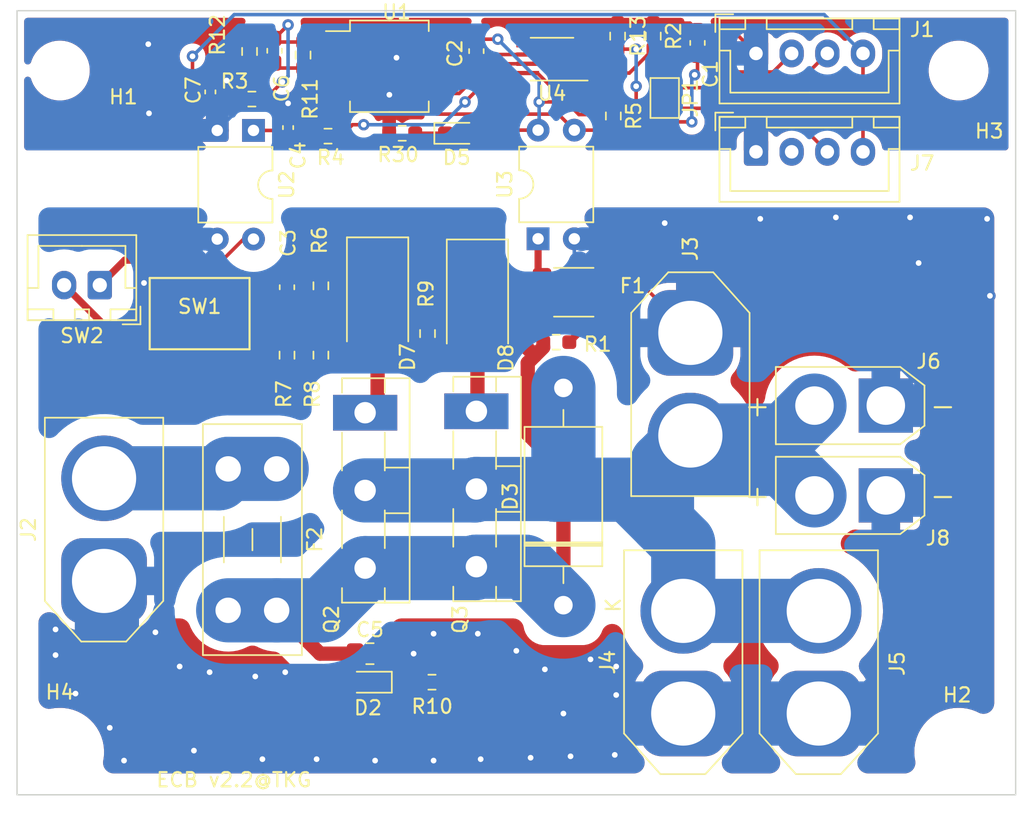
<source format=kicad_pcb>
(kicad_pcb (version 20211014) (generator pcbnew)
  (layers (0 "F.Cu" signal) (31 "B.Cu" signal) (34 "B.Paste" user) (35 "F.Paste" user) (36 "B.SilkS" user "B.Silkscreen") (37 "F.SilkS" user "F.Silkscreen") (38 "B.Mask" user) (39 "F.Mask" user) (44 "Edge.Cuts" user))
  (net 0 "")
  (net 1 "+3.3V")
  (net 2 "+BATT")
  (net 3 "Net-(C3-Pad2)")
  (net 4 "GNDPWR")
  (net 5 "/VoltageDetect")
  (net 6 "GND")
  (net 7 "Net-(D5-Pad1)")
  (net 8 "Net-(D7-Pad2)")
  (net 9 "Net-(D8-Pad2)")
  (net 10 "Net-(C4-Pad1)")
  (net 11 "Net-(D2-Pad1)")
  (net 12 "Net-(C6-Pad1)")
  (net 13 "Net-(F1-Pad2)")
  (net 14 "Net-(C6-Pad2)")
  (net 15 "Net-(R4-Pad1)")
  (net 16 "Net-(R5-Pad2)")
  (net 17 "Net-(D3-Pad2)")
  (net 18 "unconnected-(SW1-Pad1)")
  (net 19 "/PWON")
  (net 20 "Net-(F2-Pad1)")
  (net 21 "PW_Control")
  (net 22 "Net-(F1-Pad1)")
  (net 23 "Net-(SW1-Pad2)")
  (net 25 "/PWON2")
  (footprint "Jumper:SolderJumper-2_P1.3mm_Open_TrianglePad1.0x1.5mm" (layer "F.Cu") (at 90.1 75.925 -90)
    (fp_text reference "JP1")
    (fp_text value "Jumper_2_Open")
  )
  (footprint "MountingHole:MountingHole_3.2mm_M3" (layer "F.Cu") (at 110.7 74)
    (fp_text reference "H3")
    (fp_text value "M3")
  )
  (footprint "Connector_JST:JST_XH_B2B-XH-A_1x02_P2.50mm_Vertical" (layer "F.Cu") (at 50.5 89.05 180)
    (fp_text reference "SW2")
    (fp_text value "ESTOP_XH(JST)")
  )
  (footprint "Resistor_SMD:R_0603_1608Metric_Pad0.98x0.95mm_HandSolder" (layer "F.Cu") (at 86.8 71.5875 -90)
    (fp_text reference "R13")
    (fp_text value "1k")
  )
  (footprint "Resistor_SMD:R_0603_1608Metric_Pad0.98x0.95mm_HandSolder" (layer "F.Cu") (at 61.1625 76)
    (fp_text reference "R3")
    (fp_text value "10k")
  )
  (footprint "Fuse:Fuseholder_Blade_Mini_Keystone_3568" (layer "F.Cu") (at 62.9 101.94 -90)
    (fp_text reference "F2")
    (fp_text value "Keystone Electronics 3568-10")
  )
  (footprint "Connector_AMASS:AMASS_XT60-F_1x02_P7.20mm_Vertical" (layer "F.Cu") (at 91.9 92.4 -90)
    (fp_text reference "J3")
    (fp_text value "Output")
  )
  (footprint "Connector_JST:JST_XH_B4B-XH-A_1x04_P2.50mm_Vertical" (layer "F.Cu") (at 96.5 72.8)
    (fp_text reference "J1")
    (fp_text value "ControlInput")
  )
  (footprint "MountingHole:MountingHole_3.2mm_M3" (layer "F.Cu") (at 47.7 74)
    (fp_text reference "H1")
    (fp_text value "M3")
  )
  (footprint "Capacitor_SMD:C_0402_1005Metric_Pad0.74x0.62mm_HandSolder" (layer "F.Cu") (at 63.7 78 90)
    (fp_text reference "C4")
    (fp_text value "0.1u")
  )
  (footprint "Resistor_SMD:R_0603_1608Metric_Pad0.98x0.95mm_HandSolder" (layer "F.Cu") (at 73.7875 116.9 180)
    (fp_text reference "R10")
    (fp_text value "4.7k")
  )
  (footprint "Resistor_SMD:R_0603_1608Metric_Pad0.98x0.95mm_HandSolder" (layer "F.Cu") (at 61 72.6625 90)
    (fp_text reference "R12")
    (fp_text value "1k?")
  )
  (footprint "Resistor_SMD:R_0603_1608Metric_Pad0.98x0.95mm_HandSolder" (layer "F.Cu") (at 63.625 93.9625 -90)
    (fp_text reference "R7")
    (fp_text value "TBD")
  )
  (footprint "Resistor_SMD:R_0603_1608Metric_Pad0.98x0.95mm_HandSolder" (layer "F.Cu") (at 64.75 72.9125 90)
    (fp_text reference "R11")
    (fp_text value "2k?")
  )
  (footprint "Package_SO:SSOP-8_2.95x2.8mm_P0.65mm" (layer "F.Cu") (at 82.2 73.2 180)
    (fp_text reference "U4")
    (fp_text value "74LVC2G08")
  )
  (footprint "Diode_SMD:D_SMB_Handsoldering" (layer "F.Cu") (at 69.975 90.3 -90)
    (fp_text reference "D7")
    (fp_text value "U1ZB15")
  )
  (footprint "Diode_SMD:D_SMB_Handsoldering" (layer "F.Cu") (at 76.975 90.45 -90)
    (fp_text reference "D8")
    (fp_text value "U1ZB15")
  )
  (footprint "Diode_THT:D_DO-201_P15.24mm_Horizontal" (layer "F.Cu") (at 83 111.5 90)
    (fp_text reference "D3")
    (fp_text value "SBM1045VSS")
  )
  (footprint "Capacitor_SMD:C_0402_1005Metric_Pad0.74x0.62mm_HandSolder" (layer "F.Cu") (at 58.25 75.5 90)
    (fp_text reference "C7")
    (fp_text value "0.1u")
  )
  (footprint "Resistor_SMD:R_0603_1608Metric_Pad0.98x0.95mm_HandSolder" (layer "F.Cu") (at 71.7 78.4)
    (fp_text reference "R30")
    (fp_text value "4.7k")
  )
  (footprint "Diode_SMD:D_0603_1608Metric_Pad1.05x0.95mm_HandSolder" (layer "F.Cu") (at 69.3125 116.9 180)
    (fp_text reference "D2")
    (fp_text value "LED Red")
  )
  (footprint "Capacitor_SMD:C_0603_1608Metric_Pad1.08x0.95mm_HandSolder" (layer "F.Cu") (at 92.4 72.0625 90)
    (fp_text reference "C1")
    (fp_text value "1uF")
  )
  (footprint "Capacitor_SMD:C_0603_1608Metric_Pad1.08x0.95mm_HandSolder" (layer "F.Cu") (at 62.75 72.6125 90)
    (fp_text reference "C6")
    (fp_text value "0.1uF")
  )
  (footprint "Connector_AMASS:AMASS_XT60-F_1x02_P7.20mm_Vertical" (layer "F.Cu") (at 91.4 119.1 90)
    (fp_text reference "J4")
    (fp_text value "Output")
  )
  (footprint "Package_DIP:DIP-4_W7.62mm" (layer "F.Cu") (at 81.225 85.8 90)
    (fp_text reference "U3")
    (fp_text value "PC817")
  )
  (footprint "Connector_AMASS:AMASS_XT30U-F_1x02_P5.0mm_Vertical" (layer "F.Cu") (at 105.6 103.8 180)
    (fp_text reference "J8")
    (fp_text value "Output")
  )
  (footprint "Resistor_SMD:R_0603_1608Metric_Pad0.98x0.95mm_HandSolder" (layer "F.Cu") (at 82.5 93.05)
    (fp_text reference "R1")
    (fp_text value "6.2k")
  )
  (footprint "Connector_AMASS:AMASS_XT60-F_1x02_P7.20mm_Vertical" (layer "F.Cu") (at 100.9 119.1 90)
    (fp_text reference "J5")
    (fp_text value "Output")
  )
  (footprint "Package_TO_SOT_THT:TO-3P-3_Vertical" (layer "F.Cu") (at 69.1 98 -90)
    (fp_text reference "Q2")
    (fp_text value "2SJ555")
  )
  (footprint "XMYLIB:SSSS213202" (layer "F.Cu") (at 57.5 91.05 180)
    (fp_text reference "SW1")
    (fp_text value "SSSS213202")
  )
  (footprint "Fuse:Fuse_1812_4532Metric_Pad1.30x3.40mm_HandSolder" (layer "F.Cu") (at 83.725 89.55 180)
    (fp_text reference "F1")
    (fp_text value "microsMD010[Aki P-01316]")
  )
  (footprint "Capacitor_SMD:C_0603_1608Metric_Pad1.08x0.95mm_HandSolder" (layer "F.Cu") (at 63.625 89.2 -90)
    (fp_text reference "C3")
    (fp_text value "0.1uF(1608)")
  )
  (footprint "Resistor_SMD:R_0603_1608Metric_Pad0.98x0.95mm_HandSolder" (layer "F.Cu") (at 66 89.1 -90)
    (fp_text reference "R6")
    (fp_text value "10k")
  )
  (footprint "Connector_AMASS:AMASS_XT30U-F_1x02_P5.0mm_Vertical" (layer "F.Cu") (at 105.6 97.5 180)
    (fp_text reference "J6")
    (fp_text value "Output")
  )
  (footprint "Resistor_SMD:R_0603_1608Metric_Pad0.98x0.95mm_HandSolder" (layer "F.Cu") (at 86.5 77.1875 -90)
    (fp_text reference "R5")
    (fp_text value "68?")
  )
  (footprint "Connector_AMASS:AMASS_XT60-M_1x02_P7.20mm_Vertical" (layer "F.Cu") (at 50.8 109.8 90)
    (fp_text reference "J2")
    (fp_text value "Battery IN")
  )
  (footprint "Connector_JST:JST_XH_B4B-XH-A_1x04_P2.50mm_Vertical" (layer "F.Cu") (at 96.5 79.7)
    (fp_text reference "J7")
    (fp_text value "ControlInput")
  )
  (footprint "MountingHole:MountingHole_3.2mm_M3" (layer "F.Cu") (at 110.7 121.8)
    (fp_text reference "H2")
    (fp_text value "M3")
  )
  (footprint "Resistor_SMD:R_0603_1608Metric_Pad0.98x0.95mm_HandSolder" (layer "F.Cu") (at 66.5 78.6 180)
    (fp_text reference "R4")
    (fp_text value "1k")
  )
  (footprint "Resistor_SMD:R_0603_1608Metric_Pad0.98x0.95mm_HandSolder" (layer "F.Cu") (at 89.3 71.5875 -90)
    (fp_text reference "R2")
    (fp_text value "1k")
  )
  (footprint "Resistor_SMD:R_0603_1608Metric_Pad0.98x0.95mm_HandSolder" (layer "F.Cu") (at 66 93.9625 -90)
    (fp_text reference "R8")
    (fp_text value "51")
  )
  (footprint "Diode_SMD:D_0603_1608Metric_Pad1.05x0.95mm_HandSolder" (layer "F.Cu") (at 75.6125 78.4)
    (fp_text reference "D5")
    (fp_text value "LED Green")
  )
  (footprint "Capacitor_SMD:C_0805_2012Metric_Pad1.18x1.45mm_HandSolder" (layer "F.Cu") (at 69.4375 114.9)
    (fp_text reference "C5")
    (fp_text value "1uF50V")
  )
  (footprint "Resistor_SMD:R_0603_1608Metric_Pad0.98x0.95mm_HandSolder" (layer "F.Cu") (at 73.475 92.45 -90)
    (fp_text reference "R9")
    (fp_text value "51")
  )
  (footprint "MountingHole:MountingHole_3.2mm_M3" (layer "F.Cu") (at 47.7 121.8)
    (fp_text reference "H4")
    (fp_text value "M3")
  )
  (footprint "Package_TO_SOT_THT:TO-3P-3_Vertical" (layer "F.Cu") (at 76.9 97.9 -90)
    (fp_text reference "Q3")
    (fp_text value "2SJ555")
  )
  (footprint "Package_SO:SO-8_5.3x6.2mm_P1.27mm" (layer "F.Cu") (at 70.8 73.7)
    (fp_text reference "U1")
    (fp_text value "NJM2746")
  )
  (footprint "Capacitor_SMD:C_0603_1608Metric_Pad1.08x0.95mm_HandSolder" (layer "F.Cu") (at 76.9 72.6375 -90)
    (fp_text reference "C2")
    (fp_text value "0.1uF")
  )
  (footprint "Package_DIP:DIP-4_W7.62mm" (layer "F.Cu") (at 61.275 78.2 -90)
    (fp_text reference "U2")
    (fp_text value "PC817")
  )
  (gr_rect (start 44.7 124.8) (end 114.7 69.8) (layer "Edge.Cuts") (width 0.1) (fill none))
  (gr_text "ECB v2.2@TKG" (at 59.9 123.75) (layer "F.SilkS") (effects (font (size 1 1))))
  (segment (start 76.7075 78.18) (end 81.225 78.18) (width 0.25) (layer "F.Cu") (net 1))
  (segment (start 93.575 74.1) (end 92.4 72.925) (width 0.25) (layer "F.Cu") (net 1))
  (segment (start 74.32 71.775) (end 74.3 71.795) (width 0.25) (layer "F.Cu") (net 1))
  (segment (start 76.9 71.775) (end 74.32 71.775) (width 0.25) (layer "F.Cu") (net 1))
  (segment (start 92.4 72.925) (end 92.4 74.1) (width 0.25) (layer "F.Cu") (net 1))
  (segment (start 86.7875 77.0875) (end 84.0875 77.0875) (width 0.25) (layer "F.Cu") (net 1))
  (segment (start 82.85 75.85) (end 81.175 74.175) (width 0.25) (layer "F.Cu") (net 1))
  (segment (start 81.175 74.175) (end 80.5 74.175) (width 0.25) (layer "F.Cu") (net 1))
  (segment (start 76.4875 78.4) (end 76.7075 78.18) (width 0.25) (layer "F.Cu") (net 1))
  (segment (start 78.4 71.8) (end 76.925 71.8) (width 0.25) (layer "F.Cu") (net 1))
  (segment (start 84.0875 77.0875) (end 82.85 75.85) (width 0.25) (layer "F.Cu") (net 1))
  (segment (start 92 77.6) (end 87.3 77.6) (width 0.25) (layer "F.Cu") (net 1))
  (segment (start 76.925 71.8) (end 76.9 71.775) (width 0.25) (layer "F.Cu") (net 1))
  (segment (start 92.4 74.1) (end 92.2 74.3) (width 0.25) (layer "F.Cu") (net 1))
  (segment (start 97.7 74.1) (end 93.575 74.1) (width 0.25) (layer "F.Cu") (net 1))
  (segment (start 99 72.8) (end 97.7 74.1) (width 0.25) (layer "F.Cu") (net 1))
  (segment (start 82.85 75.85) (end 82.5 76.2) (width 0.25) (layer "F.Cu") (net 1))
  (segment (start 87.3 77.6) (end 86.7875 77.0875) (width 0.25) (layer "F.Cu") (net 1))
  (segment (start 82.5 76.2) (end 81.3 76.2) (width 0.25) (layer "F.Cu") (net 1))
  (via (at 78.4 71.8) (size 0.8) (drill 0.4) (layers "F.Cu" "B.Cu") (net 1))
  (via (at 81.3 76.2) (size 0.8) (drill 0.4) (layers "F.Cu" "B.Cu") (net 1))
  (via (at 92.2 74.3) (size 0.8) (drill 0.4) (layers "F.Cu" "B.Cu") (net 1))
  (via (at 92 77.6) (size 0.8) (drill 0.4) (layers "F.Cu" "B.Cu") (net 1))
  (segment (start 81.3 76.2) (end 81.3 74.7) (width 0.25) (layer "B.Cu") (net 1))
  (segment (start 81.3 78.105) (end 81.225 78.18) (width 0.25) (layer "B.Cu") (net 1))
  (segment (start 81.3 74.7) (end 78.4 71.8) (width 0.25) (layer "B.Cu") (net 1))
  (segment (start 92.2 74.3) (end 92 74.5) (width 0.25) (layer "B.Cu") (net 1))
  (segment (start 92 74.5) (end 92 77.6) (width 0.25) (layer "B.Cu") (net 1))
  (segment (start 81.3 76.2) (end 81.3 78.105) (width 0.25) (layer "B.Cu") (net 1))
  (segment (start 76.975 88.4375) (end 79.5 90.9625) (width 1) (layer "F.Cu") (net 2))
  (segment (start 80.5 99.5) (end 83 102) (width 1) (layer "F.Cu") (net 2))
  (segment (start 68.4 114.9) (end 65.94 114.9) (width 1) (layer "F.Cu") (net 2))
  (segment (start 81.5875 93.4125) (end 80.5 94.5) (width 1) (layer "F.Cu") (net 2))
  (segment (start 69.975 87.6) (end 66.5875 87.6) (width 0.5) (layer "F.Cu") (net 2))
  (segment (start 83 102) (end 83 111.5) (width 1) (layer "F.Cu") (net 2))
  (segment (start 65.94 114.9) (end 62.9 111.86) (width 1) (layer "F.Cu") (net 2))
  (segment (start 79.5 90.9625) (end 79.5 92.5) (width 1) (layer "F.Cu") (net 2))
  (segment (start 66.5875 87.6) (end 66 88.1875) (width 0.5) (layer "F.Cu") (net 2))
  (segment (start 70.125 87.75) (end 69.975 87.6) (width 0.5) (layer "F.Cu") (net 2))
  (segment (start 65.85 88.3375) (end 66 88.1875) (width 0.5) (layer "F.Cu") (net 2))
  (segment (start 68.4375 114.9375) (end 68.4 114.9) (width 0.5) (layer "F.Cu") (net 2))
  (segment (start 76.975 87.75) (end 76.975 88.4375) (width 0.5) (layer "F.Cu") (net 2))
  (segment (start 81.5875 93.05) (end 81.5875 93.4125) (width 0.5) (layer "F.Cu") (net 2))
  (segment (start 63.625 88.3375) (end 65.85 88.3375) (width 0.5) (layer "F.Cu") (net 2))
  (segment (start 76.975 87.75) (end 70.125 87.75) (width 1) (layer "F.Cu") (net 2))
  (segment (start 68.4375 116.9) (end 68.4375 114.9375) (width 0.5) (layer "F.Cu") (net 2))
  (segment (start 80.5 94.5) (end 80.5 99.5) (width 1) (layer "F.Cu") (net 2))
  (segment (start 79.5 92.5) (end 81 94) (width 1) (layer "F.Cu") (net 2))
  (segment (start 69.1 108.9) (end 76.8 108.9) (width 4.5) (layer "B.Cu") (net 2))
  (segment (start 66.14 111.86) (end 69.1 108.9) (width 4.5) (layer "B.Cu") (net 2))
  (segment (start 76.9 108.8) (end 80.3 108.8) (width 4.5) (layer "B.Cu") (net 2))
  (segment (start 80.3 108.8) (end 83 111.5) (width 4.5) (layer "B.Cu") (net 2))
  (segment (start 62.9 111.86) (end 66.14 111.86) (width 4.5) (layer "B.Cu") (net 2))
  (segment (start 59.5 111.86) (end 62.9 111.86) (width 4.5) (layer "B.Cu") (net 2))
  (segment (start 76.8 108.9) (end 76.9 108.8) (width 4.5) (layer "B.Cu") (net 2))
  (segment (start 68.65 90.4) (end 72.4 90.4) (width 0.25) (layer "F.Cu") (net 3))
  (segment (start 66 93.05) (end 68.65 90.4) (width 0.25) (layer "F.Cu") (net 3))
  (segment (start 72.4 90.4) (end 73.475 91.475) (width 0.25) (layer "F.Cu") (net 3))
  (segment (start 66 90.0125) (end 63.675 90.0125) (width 0.25) (layer "F.Cu") (net 3))
  (segment (start 66 93.05) (end 66 90.0125) (width 0.25) (layer "F.Cu") (net 3))
  (segment (start 73.475 91.475) (end 73.475 91.5375) (width 0.25) (layer "F.Cu") (net 3))
  (segment (start 63.625 90.0625) (end 63.625 93.05) (width 0.25) (layer "F.Cu") (net 3))
  (segment (start 63.675 90.0125) (end 63.625 90.0625) (width 0.25) (layer "F.Cu") (net 3))
  (segment (start 74.3 113.9) (end 73.9 113.5) (width 0.25) (layer "F.Cu") (net 4))
  (segment (start 90.1 84.7) (end 90.4 84.4) (width 0.25) (layer "F.Cu") (net 4))
  (segment (start 81.7 116) (end 84.2 116) (width 0.25) (layer "F.Cu") (net 4))
  (segment (start 112.7 89.6) (end 112.9 89.8) (width 0.25) (layer "F.Cu") (net 4))
  (segment (start 80.8 122.1) (end 80.7 122.2) (width 0.25) (layer "F.Cu") (net 4))
  (segment (start 102.1 84.3) (end 107.3 84.3) (width 0.25) (layer "F.Cu") (net 4))
  (segment (start 48.8 117.7) (end 50.1 117.7) (width 0.25) (layer "F.Cu") (net 4))
  (segment (start 74.3 114.9) (end 74.3 113.9) (width 0.25) (layer "F.Cu") (net 4))
  (segment (start 112.7 84.4) (end 112.7 89.6) (width 0.25) (layer "F.Cu") (net 4))
  (segment (start 74.7 116.9) (end 74.7 115.3) (width 0.25) (layer "F.Cu") (net 4))
  (segment (start 84.2 116) (end 84.9 115.3) (width 0.25) (layer "F.Cu") (net 4))
  (segment (start 57.7 122.3) (end 57.1 121.7) (width 0.25) (layer "F.Cu") (net 4))
  (segment (start 77 113.5) (end 78.5 113.5) (width 0.25) (layer "F.Cu") (net 4))
  (segment (start 74.3 114.9) (end 72.5 114.9) (width 0.25) (layer "F.Cu") (net 4))
  (segment (start 52.2 122.4) (end 51.2 121.4) (width 0.25) (layer "F.Cu") (net 4))
  (segment (start 86.6 122) (end 83.6 122) (width 0.25) (layer "F.Cu") (net 4))
  (segment (start 56.1 115.8) (end 57.8 115.8) (width 0.25) (layer "F.Cu") (net 4))
  (segment (start 61.4 116.5) (end 63.2 116.5) (width 0.25) (layer "F.Cu") (net 4))
  (segment (start 74.7 115.3) (end 74.3 114.9) (width 0.25) (layer "F.Cu") (net 4))
  (segment (start 48.8 117.7) (end 47.4 116.3) (width 0.25) (layer "F.Cu") (net 4))
  (segment (start 86.7 115.8) (end 86.7 117.8) (width 0.25) (layer "F.Cu") (net 4))
  (segment (start 53.6 88.9) (end 55 88.9) (width 0.25) (layer "F.Cu") (net 4))
  (segment (start 77.2 122.3) (end 74 122.3) (width 0.25) (layer "F.Cu") (net 4))
  (segment (start 74 122.3) (end 73.9 122.4) (width 0.25) (layer "F.Cu") (net 4))
  (segment (start 83.765 85.8) (end 85.3 85.8) (width 0.25) (layer "F.Cu") (net 4))
  (segment (start 70.475 114.9) (end 72.5 114.9) (width 1) (layer "F.Cu") (net 4))
  (segment (start 50.1 117.7) (end 54.4 113.4) (width 0.25) (layer "F.Cu") (net 4))
  (segment (start 61.9 122.3) (end 57.7 122.3) (width 0.25) (layer "F.Cu") (net 4))
  (segment (start 69.8 122.4) (end 65.8 122.4) (width 0.25) (layer "F.Cu") (net 4))
  (segment (start 78.5 113.5) (end 79.7 114.7) (width 0.25) (layer "F.Cu") (net 4))
  (segment (start 63.2 116.5) (end 63.5 116.2) (width 0.25) (layer "F.Cu") (net 4))
  (segment (start 51.2 121.4) (end 51.2 120.1) (width 0.25) (layer "F.Cu") (net 4))
  (segment (start 83.6 122) (end 83.5 122.1) (width 0.25) (layer "F.Cu") (net 4))
  (segment (start 65.8 122.4) (end 65.7 122.3) (width 0.25) (layer "F.Cu") (net 4))
  (segment (start 83.5 122.1) (end 80.8 122.1) (width 0.25) (layer "F.Cu") (net 4))
  (segment (start 47.4 116.3) (end 47.4 115) (width 0.25) (layer "F.Cu") (net 4))
  (segment (start 57.8 115.8) (end 58.2 116.2) (width 0.25) (layer "F.Cu") (net 4))
  (segment (start 85.3 85.8) (end 92.9 93.4) (width 0.25) (layer "F.Cu") (net 4))
  (segment (start 90.4 84.4) (end 96.8 84.4) (width 0.25) (layer "F.Cu") (net 4))
  (segment (start 55 93.2) (end 55 88.9) (width 0.25) (layer "F.Cu") (net 4))
  (via (at 72.5 114.9) (size 0.8) (drill 0.4) (layers "F.Cu" "B.Cu") (net 4))
  (via (at 57.1 121.7) (size 0.8) (drill 0.4) (layers "F.Cu" "B.Cu") (net 4))
  (via (at 86.6 122) (size 0.8) (drill 0.4) (layers "F.Cu" "B.Cu") (net 4))
  (via (at 69.8 122.4) (size 0.8) (drill 0.4) (layers "F.Cu" "B.Cu") (net 4))
  (via (at 58.2 116.2) (size 0.8) (drill 0.4) (layers "F.Cu" "B.Cu") (net 4))
  (via (at 107.3 84.3) (size 0.8) (drill 0.4) (layers "F.Cu" "B.Cu") (net 4))
  (via (at 56.1 115.8) (size 0.8) (drill 0.4) (layers "F.Cu" "B.Cu") (net 4))
  (via (at 51.2 120.1) (size 0.8) (drill 0.4) (layers "F.Cu" "B.Cu") (net 4))
  (via (at 81.7 116) (size 0.8) (drill 0.4) (layers "F.Cu" "B.Cu") (net 4))
  (via (at 47.4 113.2) (size 0.8) (drill 0.4) (layers "F.Cu" "B.Cu") (net 4))
  (via (at 83 119.1) (size 0.8) (drill 0.4) (layers "F.Cu" "B.Cu") (net 4))
  (via (at 79.7 114.7) (size 0.8) (drill 0.4) (layers "F.Cu" "B.Cu") (net 4))
  (via (at 52.2 122.4) (size 0.8) (drill 0.4) (layers "F.Cu" "B.Cu") (net 4))
  (via (at 84.9 115.3) (size 0.8) (drill 0.4) (layers "F.Cu" "B.Cu") (net 4))
  (via (at 73.9 113.5) (size 0.8) (drill 0.4) (layers "F.Cu" "B.Cu") (net 4))
  (via (at 80.7 122.2) (size 0.8) (drill 0.4) (layers "F.Cu" "B.Cu") (net 4))
  (via (at 65.7 122.3) (size 0.8) (drill 0.4) (layers "F.Cu" "B.Cu") (net 4))
  (via (at 86.7 117.8) (size 0.8) (drill 0.4) (layers "F.Cu" "B.Cu") (net 4))
  (via (at 77 113.5) (size 0.8) (drill 0.4) (layers "F.Cu" "B.Cu") (net 4))
  (via (at 107.9 87.5) (size 0.8) (drill 0.4) (layers "F.Cu" "B.Cu") (net 4))
  (via (at 48.8 117.7) (size 0.8) (drill 0.4) (layers "F.Cu" "B.Cu") (net 4))
  (via (at 96.8 84.4) (size 0.8) (drill 0.4) (layers "F.Cu" "B.Cu") (net 4))
  (via (at 112.9 89.8) (size 0.8) (drill 0.4) (layers "F.Cu" "B.Cu") (net 4))
  (via (at 102.1 84.3) (size 0.8) (drill 0.4) (layers "F.Cu" "B.Cu") (net 4))
  (via (at 61.9 122.3) (size 0.8) (drill 0.4) (layers "F.Cu" "B.Cu") (net 4))
  (via (at 90.1 84.7) (size 0.8) (drill 0.4) (layers "F.Cu" "B.Cu") (net 4))
  (via (at 73.9 122.4) (size 0.8) (drill 0.4) (layers "F.Cu" "B.Cu") (net 4))
  (via (at 63.5 116.2) (size 0.8) (drill 0.4) (layers "F.Cu" "B.Cu") (net 4))
  (via (at 86.7 115.8) (size 0.8) (drill 0.4) (layers "F.Cu" "B.Cu") (net 4))
  (via (at 83.5 122.1) (size 0.8) (drill 0.4) (layers "F.Cu" "B.Cu") (net 4))
  (via (at 77.2 122.3) (size 0.8) (drill 0.4) (layers "F.Cu" "B.Cu") (net 4))
  (via (at 47.4 115) (size 0.8) (drill 0.4) (layers "F.Cu" "B.Cu") (net 4))
  (via (at 61.4 116.5) (size 0.8) (drill 0.4) (layers "F.Cu" "B.Cu") (net 4))
  (via (at 112.7 84.4) (size 0.8) (drill 0.4) (layers "F.Cu" "B.Cu") (net 4))
  (via (at 54.4 113.4) (size 0.8) (drill 0.4) (layers "F.Cu" "B.Cu") (net 4))
  (via (at 53.6 88.9) (size 0.8) (drill 0.4) (layers "F.Cu" "B.Cu") (net 4))
  (segment (start 51 115.9) (end 54.2 119.1) (width 4.5) (layer "B.Cu") (net 4))
  (segment (start 110.8 104) (end 110.8 113.3) (width 4.5) (layer "B.Cu") (net 4))
  (segment (start 105.6 103.8) (end 110.6 103.8) (width 3) (layer "B.Cu") (net 4))
  (segment (start 69.9 122.5) (end 69.8 122.4) (width 0.25) (layer "B.Cu") (net 4))
  (segment (start 104.7 89.9) (end 110.8 96) (width 4.5) (layer "B.Cu") (net 4))
  (segment (start 83.765 85.8) (end 83.765 88.135) (width 0.25) (layer "B.Cu") (net 4))
  (segment (start 82.7 89.2) (end 59.7 89.2) (width 0.25) (layer "B.Cu") (net 4))
  (segment (start 58.2 116.2) (end 58.5 116.5) (width 0.25) (layer "B.Cu") (net 4))
  (segment (start 83.5 122.1) (end 83.5 119.6) (width 0.25) (layer "B.Cu") (net 4))
  (segment (start 73.9 113.5) (end 77 113.5) (width 0.25) (layer "B.Cu") (net 4))
  (segment (start 89 85.8) (end 90.1 84.7) (width 0.25) (layer "B.Cu") (net 4))
  (segment (start 110.8 96) (end 110.8 104) (width 4.5) (layer "B.Cu") (net 4))
  (segment (start 110.2 89.8) (end 107.9 87.5) (width 0.25) (layer "B.Cu") (net 4))
  (segment (start 86.6 117.9) (end 86.6 122) (width 0.25) (layer "B.Cu") (net 4))
  (segment (start 72.5 118) (end 71.4 119.1) (width 1) (layer "B.Cu") (net 4))
  (segment (start 80.7 122.2) (end 77.3 122.2) (width 0.25) (layer "B.Cu") (net 4))
  (segment (start 58.7 88.2) (end 58.735 88.165) (width 0.25) (layer "B.Cu") (net 4))
  (segment (start 54.2 119.1) (end 71.4 119.1) (width 4.5) (layer "B.Cu") (net 4))
  (segment (start 102 84.4) (end 102.1 84.3) (width 0.25) (layer "B.Cu") (net 4))
  (segment (start 105 119.1) (end 100.9 119.1) (width 4.5) (layer "B.Cu") (net 4))
  (segment (start 58.735 88.165) (end 58.735 85.82) (width 0.25) (layer "B.Cu") (net 4))
  (segment (start 47.4 115) (end 47.4 113.2) (width 0.25) (layer "B.Cu") (net 4))
  (segment (start 53.6 88.2) (end 55.98 85.82) (width 0.25) (layer "B.Cu") (net 4))
  (segment (start 91.4 119.1) (end 100.9 119.1) (width 4.5) (layer "B.Cu") (net 4))
  (segment (start 71.2 122.5) (end 69.9 122.5) (width 0.25) (layer "B.Cu") (net 4))
  (segment (start 50.8 109.8) (end 51 110) (width 4.5) (layer "B.Cu") (net 4))
  (segment (start 58.5 116.5) (end 61.4 116.5) (width 0.25) (layer "B.Cu") (net 4))
  (segment (start 51.2 120.1) (end 48.8 117.7) (width 0.25) (layer "B.Cu") (net 4))
  (segment (start 83.765 85.8) (end 89 85.8) (width 0.25) (layer "B.Cu") (net 4))
  (segment (start 56.1 115.1) (end 56.1 115.8) (width 0.25) (layer "B.Cu") (net 4))
  (segment (start 83.5 119.6) (end 83 119.1) (width 0.25) (layer "B.Cu") (net 4))
  (segment (start 73.9 122.4) (end 71.3 122.4) (width 0.25) (layer "B.Cu") (net 4))
  (segment (start 110.6 103.8) (end 110.8 104) (width 4.5) (layer "B.Cu") (net 4))
  (segment (start 105.6 97.5) (end 109.3 97.5) (width 3) (layer "B.Cu") (net 4))
  (segment (start 107.3 84.3) (end 112.6 84.3) (width 0.25) (layer "B.Cu") (net 4))
  (segment (start 59.7 89.2) (end 58.7 88.2) (width 0.25) (layer "B.Cu") (net 4))
  (segment (start 86.2 115.3) (end 86.7 115.8) (width 0.25) (layer "B.Cu") (net 4))
  (segment (start 81 116) (end 81.7 116) (width 0.25) (layer "B.Cu") (net 4))
  (segment (start 110.8 113.3) (end 105 119.1) (width 4.5) (layer "B.Cu") (net 4))
  (segment (start 72.5 114.9) (end 72.5 118) (width 1) (layer "B.Cu") (net 4))
  (segment (start 57.1 121.7) (end 52.9 121.7) (width 0.25) (layer "B.Cu") (net 4))
  (segment (start 51 110) (end 51 115.9) (width 4.5) (layer "B.Cu") (net 4))
  (segment (start 112.6 84.3) (end 112.7 84.4) (width 0.25) (layer "B.Cu") (net 4))
  (segment (start 112.9 89.8) (end 110.2 89.8) (width 0.25) (layer "B.Cu") (net 4))
  (segment (start 71.3 122.4) (end 71.2 122.5) (width 0.25) (layer "B.Cu") (net 4))
  (segment (start 86.7 117.8) (end 86.6 117.9) (width 0.25) (layer "B.Cu") (net 4))
  (segment (start 96.8 84.4) (end 102 84.4) (width 0.25) (layer "B.Cu") (net 4))
  (segment (start 84.9 115.3) (end 86.2 115.3) (width 0.25) (layer "B.Cu") (net 4))
  (segment (start 83.765 88.135) (end 82.7 89.2) (width 0.25) (layer "B.Cu") (net 4))
  (segment (start 94.4 89.9) (end 104.7 89.9) (width 4.5) (layer "B.Cu") (net 4))
  (segment (start 55.98 85.82) (end 58.735 85.82) (width 0.25) (layer "B.Cu") (net 4))
  (segment (start 65.7 122.3) (end 61.9 122.3) (width 0.25) (layer "B.Cu") (net 4))
  (segment (start 91.9 92.4) (end 94.4 89.9) (width 4.5) (layer "B.Cu") (net 4))
  (segment (start 109.3 97.5) (end 110.8 96) (width 3) (layer "B.Cu") (net 4))
  (segment (start 53.6 88.9) (end 53.6 88.2) (width 0.25) (layer "B.Cu") (net 4))
  (segment (start 79.7 114.7) (end 81 116) (width 0.25) (layer "B.Cu") (net 4))
  (segment (start 54.4 113.4) (end 56.1 115.1) (width 0.25) (layer "B.Cu") (net 4))
  (segment (start 52.9 121.7) (end 52.2 122.4) (width 0.25) (layer "B.Cu") (net 4))
  (segment (start 83 119.1) (end 91.4 119.1) (width 4.5) (layer "B.Cu") (net 4))
  (segment (start 77.3 122.2) (end 77.2 122.3) (width 0.25) (layer "B.Cu") (net 4))
  (segment (start 71.4 119.1) (end 83 119.1) (width 4.5) (layer "B.Cu") (net 4))
  (segment (start 58.3175 76) (end 58.25 76.0675) (width 0.25) (layer "F.Cu") (net 5))
  (segment (start 57 74.8175) (end 58.25 76.0675) (width 0.25) (layer "F.Cu") (net 5))
  (segment (start 57 73) (end 57 74.8175) (width 0.25) (layer "F.Cu") (net 5))
  (segment (start 60.25 76) (end 58.3175 76) (width 0.25) (layer "F.Cu") (net 5))
  (segment (start 104 79.7) (end 104 72.8) (width 0.25) (layer "F.Cu") (net 5))
  (via (at 57 73) (size 0.8) (drill 0.4) (layers "F.Cu" "B.Cu") (net 5))
  (segment (start 101.275 70.075) (end 59.925 70.075) (width 0.25) (layer "B.Cu") (net 5))
  (segment (start 104 72.8) (end 101.275 70.075) (width 0.25) (layer "B.Cu") (net 5))
  (segment (start 59.925 70.075) (end 57 73) (width 0.25) (layer "B.Cu") (net 5))
  (segment (start 76.065 74.335) (end 76.9 73.5) (width 0.25) (layer "F.Cu") (net 6))
  (segment (start 80.5 72.225) (end 82.425 72.225) (width 0.25) (layer "F.Cu") (net 6))
  (segment (start 86.5 76.275) (end 84.175 76.275) (width 0.25) (layer "F.Cu") (net 6))
  (segment (start 67.3 75.605) (end 69.805 75.605) (width 0.25) (layer "F.Cu") (net 6))
  (segment (start 91.875 70.675) (end 89.3 70.675) (width 0.25) (layer "F.Cu") (net 6))
  (segment (start 82.2 74.3) (end 82.2 72.45) (width 0.25) (layer "F.Cu") (net 6))
  (segment (start 92.4 71.2) (end 91.875 70.675) (width 0.25) (layer "F.Cu") (net 6))
  (segment (start 58.735 78.2) (end 55.15 78.2) (width 0.25) (layer "F.Cu") (net 6))
  (segment (start 80.5 72.875) (end 81.775 72.875) (width 0.25) (layer "F.Cu") (net 6))
  (segment (start 63.7 77.4325) (end 65.5275 75.605) (width 0.25) (layer "F.Cu") (net 6))
  (segment (start 74.3 75.605) (end 75.695 75.605) (width 0.25) (layer "F.Cu") (net 6))
  (segment (start 72.535 74.335) (end 71.3 73.1) (width 0.25) (layer "F.Cu") (net 6))
  (segment (start 74.3 74.335) (end 76.065 74.335) (width 0.25) (layer "F.Cu") (net 6))
  (segment (start 81.775 72.875) (end 82.425 72.225) (width 0.25) (layer "F.Cu") (net 6))
  (segment (start 69.9 75.7) (end 69.805 75.605) (width 0.25) (layer "F.Cu") (net 6))
  (segment (start 55.15 78.2) (end 53.95 77) (width 0.25) (layer "F.Cu") (net 6))
  (segment (start 65.5275 75.605) (end 67.3 75.605) (width 0.25) (layer "F.Cu") (net 6))
  (segment (start 58.25 74.9325) (end 58.25 74.5) (width 0.25) (layer "F.Cu") (net 6))
  (segment (start 70.8 75.7) (end 69.9 75.7) (width 0.25) (layer "F.Cu") (net 6))
  (segment (start 94.9 71.2) (end 92.4 71.2) (width 0.25) (layer "F.Cu") (net 6))
  (segment (start 75.695 75.605) (end 76.9 74.4) (width 0.25) (layer "F.Cu") (net 6))
  (segment (start 80.5 72.875) (end 77.525 72.875) (width 0.25) (layer "F.Cu") (net 6))
  (segment (start 59.1675 74.9325) (end 59.4 74.7) (width 0.25) (layer "F.Cu") (net 6))
  (segment (start 70.7875 76.5875) (end 70.7875 78.4) (width 0.25) (layer "F.Cu") (net 6))
  (segment (start 76.9 74.4) (end 76.9 73.5) (width 0.25) (layer "F.Cu") (net 6))
  (segment (start 58.25 74.5) (end 61 71.75) (width 0.25) (layer "F.Cu") (net 6))
  (segment (start 63.7 77.4325) (end 63.7 76.3) (width 0.25) (layer "F.Cu") (net 6))
  (segment (start 82.425 72.225) (end 83.9 72.225) (width 0.25) (layer "F.Cu") (net 6))
  (segment (start 77.525 72.875) (end 76.9 73.5) (width 0.25) (layer "F.Cu") (net 6))
  (segment (start 69.805 75.605) (end 70.7875 76.5875) (width 0.25) (layer "F.Cu") (net 6))
  (segment (start 84.175 76.275) (end 82.2 74.3) (width 0.25) (layer "F.Cu") (net 6))
  (segment (start 82.2 72.45) (end 82.425 72.225) (width 0.25) (layer "F.Cu") (net 6))
  (segment (start 83.9 72.225) (end 85.25 72.225) (width 0.25) (layer "F.Cu") (net 6))
  (segment (start 58.25 74.9325) (end 59.1675 74.9325) (width 0.25) (layer "F.Cu") (net 6))
  (segment (start 74.3 74.335) (end 72.535 74.335) (width 0.25) (layer "F.Cu") (net 6))
  (segment (start 96.5 72.8) (end 94.9 71.2) (width 0.25) (layer "F.Cu") (net 6))
  (segment (start 85.25 72.225) (end 86.8 70.675) (width 0.25) (layer "F.Cu") (net 6))
  (segment (start 86.8 70.675) (end 89.3 70.675) (width 0.25) (layer "F.Cu") (net 6))
  (via (at 71.3 73.1) (size 0.8) (drill 0.4) (layers "F.Cu" "B.Cu") (net 6))
  (via (at 70.8 75.7) (size 0.8) (drill 0.4) (layers "F.Cu" "B.Cu") (net 6))
  (via (at 63.7 76.3) (size 0.8) (drill 0.4) (layers "F.Cu" "B.Cu") (net 6))
  (via (at 53.95 77) (size 0.8) (drill 0.4) (layers "F.Cu" "B.Cu") (net 6))
  (via (at 59.4 74.7) (size 0.8) (drill 0.4) (layers "F.Cu" "B.Cu") (net 6))
  (via (at 53.9 72.15) (size 0.8) (drill 0.4) (layers "F.Cu" "B.Cu") (net 6))
  (segment (start 63.7 76.3) (end 60.635 76.3) (width 0.25) (layer "B.Cu") (net 6))
  (segment (start 96.5 79.7) (end 96.5 72.8) (width 0.25) (layer "B.Cu") (net 6))
  (segment (start 58.735 75.365) (end 58.735 78.2) (width 0.25) (layer "B.Cu") (net 6))
  (segment (start 70.8 73.6) (end 70.8 75.7) (width 0.25) (layer "B.Cu") (net 6))
  (segment (start 59.4 74.7) (end 58.735 75.365) (width 0.25) (layer "B.Cu") (net 6))
  (segment (start 60.635 76.3) (end 58.735 78.2) (width 0.25) (layer "B.Cu") (net 6))
  (segment (start 71.3 73.1) (end 70.8 73.6) (width 0.25) (layer "B.Cu") (net 6))
  (segment (start 53.95 77) (end 53.95 72.2) (width 0.25) (layer "B.Cu") (net 6))
  (segment (start 53.95 72.2) (end 53.9 72.15) (width 0.25) (layer "B.Cu") (net 6))
  (segment (start 74.7375 78.4) (end 72.6125 78.4) (width 0.25) (layer "F.Cu") (net 7))
  (segment (start 68.1 94.875) (end 69.975 93) (width 0.5) (layer "F.Cu") (net 8))
  (segment (start 66 94.875) (end 68.1 94.875) (width 0.5) (layer "F.Cu") (net 8))
  (segment (start 69.975 97.125) (end 69.1 98) (width 1) (layer "F.Cu") (net 8))
  (segment (start 69.975 93) (end 69.975 97.125) (width 1) (layer "F.Cu") (net 8))
  (segment (start 76.875 93.25) (end 76.975 93.15) (width 1) (layer "F.Cu") (net 9))
  (segment (start 76.975 97.825) (end 76.9 97.9) (width 1) (layer "F.Cu") (net 9))
  (segment (start 73.475 93.3625) (end 76.7625 93.3625) (width 1) (layer "F.Cu") (net 9))
  (segment (start 76.7625 93.3625) (end 76.975 93.15) (width 1) (layer "F.Cu") (net 9))
  (segment (start 76.975 93.15) (end 76.975 97.825) (width 1) (layer "F.Cu") (net 9))
  (segment (start 63.7325 78.6) (end 63.7 78.5675) (width 0.25) (layer "F.Cu") (net 10))
  (segment (start 63.3325 78.2) (end 61.275 78.2) (width 0.25) (layer "F.Cu") (net 10))
  (segment (start 65.5875 78.6) (end 63.7325 78.6) (width 0.25) (layer "F.Cu") (net 10))
  (segment (start 63.7 78.5675) (end 63.3325 78.2) (width 0.25) (layer "F.Cu") (net 10))
  (segment (start 70.1875 116.9) (end 72.875 116.9) (width 0.5) (layer "F.Cu") (net 11))
  (segment (start 65.51 73.065) (end 64.75 73.825) (width 0.25) (layer "F.Cu") (net 12))
  (segment (start 63.1 73.825) (end 62.75 73.475) (width 0.25) (layer "F.Cu") (net 12))
  (segment (start 62.65 73.575) (end 62.75 73.475) (width 0.25) (layer "F.Cu") (net 12))
  (segment (start 64.75 73.825) (end 63.1 73.825) (width 0.25) (layer "F.Cu") (net 12))
  (segment (start 61 73.575) (end 62.65 73.575) (width 0.25) (layer "F.Cu") (net 12))
  (segment (start 67.3 73.065) (end 65.51 73.065) (width 0.25) (layer "F.Cu") (net 12))
  (segment (start 81.225 89.275) (end 81.5 89.55) (width 0.5) (layer "F.Cu") (net 13))
  (segment (start 81.225 85.8) (end 81.225 89.275) (width 0.5) (layer "F.Cu") (net 13))
  (segment (start 67.3 71.795) (end 64.955 71.795) (width 0.25) (layer "F.Cu") (net 14))
  (segment (start 63.7 70.8) (end 62.75 71.75) (width 0.25) (layer "F.Cu") (net 14))
  (segment (start 62.1 76) (end 63.3 74.8) (width 0.25) (layer "F.Cu") (net 14))
  (segment (start 63 72) (end 62.75 71.75) (width 0.25) (layer "F.Cu") (net 14))
  (segment (start 62.075 76) (end 62.1 76) (width 0.25) (layer "F.Cu") (net 14))
  (segment (start 64.955 71.795) (end 64.75 72) (width 0.25) (layer "F.Cu") (net 14))
  (segment (start 64.75 72) (end 63 72) (width 0.25) (layer "F.Cu") (net 14))
  (via (at 63.3 74.8) (size 0.8) (drill 0.4) (layers "F.Cu" "B.Cu") (net 14))
  (via (at 63.7 70.8) (size 0.8) (drill 0.4) (layers "F.Cu" "B.Cu") (net 14))
  (segment (start 63.3 74.8) (end 63.7 74.4) (width 0.25) (layer "B.Cu") (net 14))
  (segment (start 63.7 74.4) (end 63.7 70.8) (width 0.25) (layer "B.Cu") (net 14))
  (segment (start 68.2125 77.8) (end 67.4125 78.6) (width 0.25) (layer "F.Cu") (net 15))
  (segment (start 80.5 73.525) (end 78.781591 73.525) (width 0.25) (layer "F.Cu") (net 15))
  (segment (start 78.781591 73.525) (end 76.102669 76.203922) (width 0.25) (layer "F.Cu") (net 15))
  (segment (start 69 77.8) (end 68.2125 77.8) (width 0.25) (layer "F.Cu") (net 15))
  (via (at 69 77.8) (size 0.8) (drill 0.4) (layers "F.Cu" "B.Cu") (net 15))
  (via (at 76.102669 76.203922) (size 0.8) (drill 0.4) (layers "F.Cu" "B.Cu") (net 15))
  (segment (start 74.506591 77.8) (end 69 77.8) (width 0.25) (layer "B.Cu") (net 15))
  (segment (start 76.102669 76.203922) (end 74.506591 77.8) (width 0.25) (layer "B.Cu") (net 15))
  (segment (start 67.3 74.335) (end 71.408249 74.335) (width 0.25) (layer "F.Cu") (net 16))
  (segment (start 74.128249 77.055) (end 82.64 77.055) (width 0.25) (layer "F.Cu") (net 16))
  (segment (start 86.42 78.18) (end 83.765 78.18) (width 0.25) (layer "F.Cu") (net 16))
  (segment (start 82.64 77.055) (end 83.765 78.18) (width 0.25) (layer "F.Cu") (net 16))
  (segment (start 71.408249 74.335) (end 74.128249 77.055) (width 0.25) (layer "F.Cu") (net 16))
  (segment (start 86.5 78.1) (end 86.42 78.18) (width 0.25) (layer "F.Cu") (net 16))
  (segment (start 91.9 99.6) (end 89.91 101.59) (width 4.5) (layer "B.Cu") (net 17))
  (segment (start 87.62 103.4) (end 89.91 105.69) (width 4.5) (layer "B.Cu") (net 17))
  (segment (start 91.4 107.18) (end 91.4 111.9) (width 4.5) (layer "B.Cu") (net 17))
  (segment (start 98.39 101.59) (end 89.91 101.59) (width 4.5) (layer "B.Cu") (net 17))
  (segment (start 76.8 103.45) (end 76.9 103.35) (width 4.5) (layer "B.Cu") (net 17))
  (segment (start 83 102.8) (end 82.4 103.4) (width 4.5) (layer "B.Cu") (net 17))
  (segment (start 89.91 105.69) (end 91.4 107.18) (width 4.5) (layer "B.Cu") (net 17))
  (segment (start 82.35 103.35) (end 82.4 103.4) (width 4.5) (layer "B.Cu") (net 17))
  (segment (start 100.6 103.8) (end 98.39 101.59) (width 4.5) (layer "B.Cu") (net 17))
  (segment (start 91.9 99.6) (end 98.5 99.6) (width 4.5) (layer "B.Cu") (net 17))
  (segment (start 89.91 101.59) (end 89.91 105.69) (width 4.5) (layer "B.Cu") (net 17))
  (segment (start 83 96.26) (end 83 102.8) (width 4.5) (layer "B.Cu") (net 17))
  (segment (start 91.4 111.9) (end 100.9 111.9) (width 4.5) (layer "B.Cu") (net 17))
  (segment (start 69.1 103.45) (end 76.8 103.45) (width 4.5) (layer "B.Cu") (net 17))
  (segment (start 82.4 103.4) (end 87.62 103.4) (width 4.5) (layer "B.Cu") (net 17))
  (segment (start 98.5 99.6) (end 100.6 97.5) (width 4.5) (layer "B.Cu") (net 17))
  (segment (start 76.9 103.35) (end 82.35 103.35) (width 4.5) (layer "B.Cu") (net 17))
  (segment (start 60 93.2) (end 60 88.9) (width 0.25) (layer "F.Cu") (net 18))
  (segment (start 101.5 72.8) (end 99.1 75.2) (width 0.25) (layer "F.Cu") (net 19))
  (segment (start 90.1 73.3) (end 89.3 72.5) (width 0.25) (layer "F.Cu") (net 19))
  (segment (start 99.1 75.2) (end 90.1 75.2) (width 0.25) (layer "F.Cu") (net 19))
  (segment (start 83.9 74.175) (end 87.625 74.175) (width 0.25) (layer "F.Cu") (net 19))
  (segment (start 90.1 75.2) (end 90.1 73.3) (width 0.25) (layer "F.Cu") (net 19))
  (segment (start 87.625 74.175) (end 89.3 72.5) (width 0.25) (layer "F.Cu") (net 19))
  (segment (start 58.84 102.6) (end 59.5 101.94) (width 4.5) (layer "B.Cu") (net 20))
  (segment (start 50.8 102.6) (end 58.84 102.6) (width 4.5) (layer "B.Cu") (net 20))
  (segment (start 59.5 101.94) (end 62.9 101.94) (width 4.5) (layer "B.Cu") (net 20))
  (segment (start 63.625 94.875) (end 53.825 94.875) (width 0.5) (layer "F.Cu") (net 21))
  (segment (start 53.825 94.875) (end 48 89.05) (width 0.5) (layer "F.Cu") (net 21))
  (segment (start 85.95 90) (end 85.95 90.9625) (width 0.5) (layer "F.Cu") (net 22))
  (segment (start 85.95 90.5125) (end 83.4125 93.05) (width 0.5) (layer "F.Cu") (net 22))
  (segment (start 60.58 85.82) (end 61.275 85.82) (width 0.25) (layer "F.Cu") (net 23))
  (segment (start 52.25 87.3) (end 56.8 87.3) (width 0.5) (layer "F.Cu") (net 23))
  (segment (start 56.8 87.3) (end 57.5 88) (width 0.5) (layer "F.Cu") (net 23))
  (segment (start 50.5 89.05) (end 52.25 87.3) (width 0.5) (layer "F.Cu") (net 23))
  (segment (start 57.5 88.9) (end 57.5 93.2) (width 0.25) (layer "F.Cu") (net 23))
  (segment (start 57.5 88.9) (end 60.58 85.82) (width 0.25) (layer "F.Cu") (net 23))
  (segment (start 57.5 88) (end 57.5 88.9) (width 0.5) (layer "F.Cu") (net 23))
  (segment (start 101.5 79.7) (end 98.45 76.65) (width 0.25) (layer "F.Cu") (net 25))
  (segment (start 90.05 76.7) (end 88.5 76.7) (width 0.25) (layer "F.Cu") (net 25))
  (segment (start 85.775 73.525) (end 86.8 72.5) (width 0.25) (layer "F.Cu") (net 25))
  (segment (start 83.9 73.525) (end 85.775 73.525) (width 0.25) (layer "F.Cu") (net 25))
  (segment (start 90.1 76.65) (end 90.05 76.7) (width 0.25) (layer "F.Cu") (net 25))
  (segment (start 88.5 76.7) (end 88.1 76.3) (width 0.25) (layer "F.Cu") (net 25))
  (segment (start 88.1 76.3) (end 88.1 75.1) (width 0.25) (layer "F.Cu") (net 25))
  (segment (start 88.1 72.5) (end 86.8 72.5) (width 0.25) (layer "F.Cu") (net 25))
  (segment (start 98.45 76.65) (end 90.1 76.65) (width 0.25) (layer "F.Cu") (net 25))
  (via (at 88.1 75.1) (size 0.8) (drill 0.4) (layers "F.Cu" "B.Cu") (net 25))
  (via (at 88.1 72.5) (size 0.8) (drill 0.4) (layers "F.Cu" "B.Cu") (net 25))
  (segment (start 88.1 75.1) (end 88.1 72.5) (width 0.25) (layer "B.Cu") (net 25))
  (zone (net 6) (net_name "GND") (layers F&B.Cu) (connect_pads (clearance 0.5)) (min_thickness 0.5) (fill yes (thermal_gap 0.508) (thermal_bridge_width 2))
    (polygon (pts (xy 115.3 79.6) (xy 44.1 79.6) (xy 44.1 69.6) (xy 115.3 69.6)))
  )
  (zone (net 4) (net_name "GNDPWR") (layers F&B.Cu) (connect_pads (clearance 1.5)) (min_thickness 1.5) (fill yes (thermal_gap 0.508) (thermal_bridge_width 2))
    (polygon (pts (xy 115.1 125) (xy 44.5 125) (xy 44.5 83.6) (xy 115.1 83.6)))
  )
  (zone (net 0) (net_name "") (layer "F.Cu") (connect_pads (clearance 0)) (min_thickness 0.254)
    (keepout (tracks allowed) (vias allowed) (pads allowed) (copperpour not_allowed) (footprints allowed))
    (fill (thermal_gap 0.508) (thermal_bridge_width 0.508))
    (polygon (pts (xy 81.75 112.425) (xy 53.4 112.425) (xy 53.4 95.375) (xy 81.75 95.375)))
  )
)
</source>
